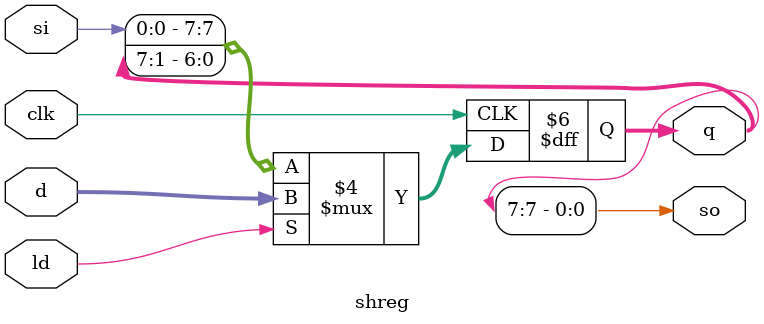
<source format=v>
`timescale 1ns/1ns

module shreg(clk, ld, d, si, so, q);
	input        clk, ld;
	input  [7:0] d;
	input        si;
	output       so;
	output [7:0] q;
	reg    [7:0] q;
	
	always@(posedge clk) begin
		if(ld == 1'b1) begin
			q <= d;
		end else begin
			q <= {si, q[7:1]};
		end
	end
	
	assign so = q[7];

endmodule

</source>
